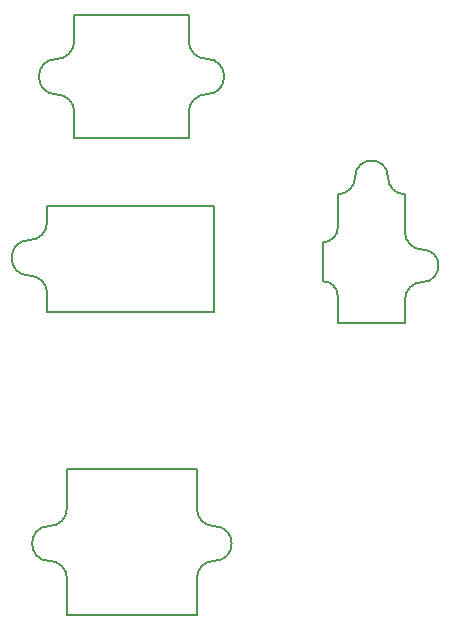
<source format=gbr>
G04 #@! TF.GenerationSoftware,KiCad,Pcbnew,(5.1.4)-1*
G04 #@! TF.CreationDate,2020-08-13T23:55:06-07:00*
G04 #@! TF.ProjectId,Kicad_LFOV_RigidFlex_Assembly,4b696361-645f-44c4-964f-565f52696769,rev?*
G04 #@! TF.SameCoordinates,Original*
G04 #@! TF.FileFunction,Other,ECO1*
%FSLAX46Y46*%
G04 Gerber Fmt 4.6, Leading zero omitted, Abs format (unit mm)*
G04 Created by KiCad (PCBNEW (5.1.4)-1) date 2020-08-13 23:55:06*
%MOMM*%
%LPD*%
G04 APERTURE LIST*
%ADD10C,0.150000*%
%ADD11C,0.152400*%
G04 APERTURE END LIST*
D10*
X123300540Y-88332000D02*
X123301532Y-91620630D01*
X124559718Y-92878602D02*
X124559720Y-95149360D01*
X130260141Y-93143741D02*
X130260140Y-95147780D01*
X130255093Y-84273966D02*
X130255070Y-87489670D01*
X124560381Y-84263879D02*
X124560380Y-87072160D01*
D11*
X124559720Y-95149360D02*
X130260140Y-95147780D01*
X123301532Y-91620629D02*
G75*
G02X124559718Y-92878602I-992J-1259179D01*
G01*
X124560380Y-87072160D02*
G75*
G02X123300540Y-88332000I-1259840J0D01*
G01*
X130260141Y-93143741D02*
G75*
G02X131704066Y-91694725I1449004J21D01*
G01*
X131704065Y-88933596D02*
G75*
G02X131704065Y-91694724I0J-1380564D01*
G01*
X131704086Y-88933595D02*
G75*
G02X130255070Y-87489670I-21J1449004D01*
G01*
X130255093Y-84273966D02*
G75*
G02X128802206Y-82795734I15257J1468100D01*
G01*
X126041085Y-82790914D02*
G75*
G02X128802205Y-82795733I1380556J-4819D01*
G01*
X126041084Y-82790399D02*
G75*
G02X124560381Y-84263879I-1470690J-2821D01*
G01*
X100756137Y-75800706D02*
G75*
G02X102257793Y-77302362I0J-1501656D01*
G01*
X100756137Y-75802362D02*
G75*
G02X100756137Y-72802362I0J1500000D01*
G01*
X102256137Y-71302362D02*
G75*
G02X100756137Y-72802362I-1500000J0D01*
G01*
X111942669Y-77297358D02*
G75*
G02X113442669Y-75797358I1500000J0D01*
G01*
X113442669Y-72797358D02*
G75*
G02X113442669Y-75797358I0J-1500000D01*
G01*
X113442669Y-72797358D02*
G75*
G02X111947780Y-71302469I0J1494889D01*
G01*
X102257780Y-69116900D02*
X102256137Y-71302362D01*
X102257780Y-79465980D02*
X102257793Y-77302362D01*
X111943540Y-79465980D02*
X102257780Y-79465980D01*
X111943540Y-79465980D02*
X111942669Y-77297358D01*
X111948620Y-69116900D02*
X111947780Y-71302469D01*
X102258520Y-69116900D02*
X111948620Y-69116900D01*
X99957417Y-86632466D02*
X99957280Y-85276380D01*
X99957417Y-86632466D02*
G75*
G02X98453600Y-88136283I-1503817J0D01*
G01*
X98453600Y-91143917D02*
G75*
G02X98453600Y-88136283I0J1503817D01*
G01*
X98453600Y-91143917D02*
G75*
G02X99957417Y-92647734I0J-1503817D01*
G01*
X99957417Y-94262900D02*
X99957417Y-92647734D01*
X114051740Y-85276380D02*
X99957280Y-85276380D01*
X114054280Y-94262900D02*
X114051740Y-85276380D01*
X99957417Y-94262900D02*
X114054280Y-94262900D01*
X101623520Y-107511540D02*
X112626800Y-107511540D01*
X100153277Y-115301807D02*
G75*
G02X101631180Y-116774560I5141J-1472753D01*
G01*
X100153276Y-115301806D02*
G75*
G02X100148259Y-112356291I62J1472762D01*
G01*
X101621461Y-110887194D02*
G75*
G02X100148259Y-112356291I-1473203J4112D01*
G01*
X112634014Y-116778318D02*
G75*
G02X114107222Y-115305110I1473208J0D01*
G01*
X114102204Y-112359594D02*
G75*
G02X114107221Y-115305109I-62J-1472762D01*
G01*
X114102193Y-112357176D02*
G75*
G02X112626800Y-110902440I-5131J1470336D01*
G01*
X101623520Y-107511540D02*
X101623520Y-110887200D01*
X101631180Y-119888600D02*
X101631180Y-116774560D01*
X112634420Y-119888600D02*
X101631180Y-119888600D01*
X112634014Y-116778318D02*
X112634420Y-119888600D01*
X112626800Y-107511540D02*
X112626800Y-110902440D01*
M02*

</source>
